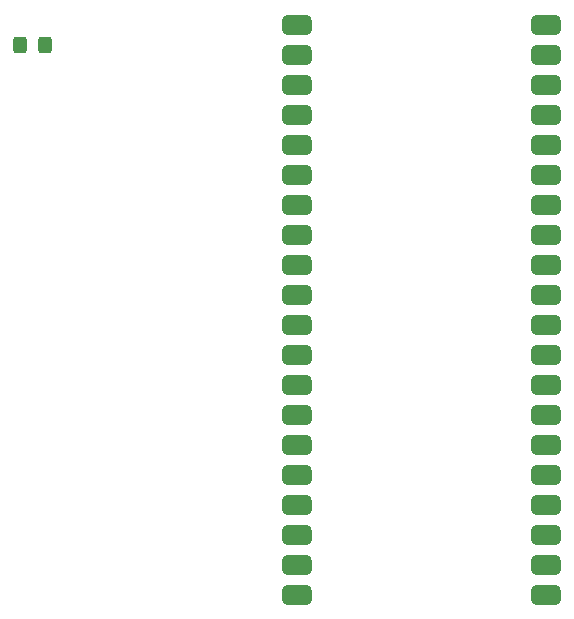
<source format=gbr>
%TF.GenerationSoftware,KiCad,Pcbnew,8.0.3*%
%TF.CreationDate,2024-06-26T22:05:55-03:00*%
%TF.ProjectId,PECDR,50454344-522e-46b6-9963-61645f706362,rev?*%
%TF.SameCoordinates,Original*%
%TF.FileFunction,Paste,Top*%
%TF.FilePolarity,Positive*%
%FSLAX46Y46*%
G04 Gerber Fmt 4.6, Leading zero omitted, Abs format (unit mm)*
G04 Created by KiCad (PCBNEW 8.0.3) date 2024-06-26 22:05:55*
%MOMM*%
%LPD*%
G01*
G04 APERTURE LIST*
G04 Aperture macros list*
%AMRoundRect*
0 Rectangle with rounded corners*
0 $1 Rounding radius*
0 $2 $3 $4 $5 $6 $7 $8 $9 X,Y pos of 4 corners*
0 Add a 4 corners polygon primitive as box body*
4,1,4,$2,$3,$4,$5,$6,$7,$8,$9,$2,$3,0*
0 Add four circle primitives for the rounded corners*
1,1,$1+$1,$2,$3*
1,1,$1+$1,$4,$5*
1,1,$1+$1,$6,$7*
1,1,$1+$1,$8,$9*
0 Add four rect primitives between the rounded corners*
20,1,$1+$1,$2,$3,$4,$5,0*
20,1,$1+$1,$4,$5,$6,$7,0*
20,1,$1+$1,$6,$7,$8,$9,0*
20,1,$1+$1,$8,$9,$2,$3,0*%
G04 Aperture macros list end*
%ADD10RoundRect,0.412500X-0.837500X-0.412500X0.837500X-0.412500X0.837500X0.412500X-0.837500X0.412500X0*%
%ADD11RoundRect,0.250000X-0.325000X-0.450000X0.325000X-0.450000X0.325000X0.450000X-0.325000X0.450000X0*%
G04 APERTURE END LIST*
D10*
%TO.C,U3*%
X60900000Y-55562944D03*
X60900000Y-58102944D03*
X60900000Y-60642944D03*
X60900000Y-63182944D03*
X60900000Y-65722944D03*
X60900000Y-68262944D03*
X60900000Y-70802944D03*
X60900000Y-73342944D03*
X60900000Y-75882944D03*
X60900000Y-78422944D03*
X60900000Y-80962944D03*
X60900000Y-83502944D03*
X60900000Y-86042944D03*
X60900000Y-88582944D03*
X60900000Y-91122944D03*
X60900000Y-93662944D03*
X60900000Y-96202944D03*
X60900000Y-98742944D03*
X60900000Y-101282944D03*
X60900000Y-103822944D03*
X81982000Y-103822944D03*
X81982000Y-101282944D03*
X81982000Y-98742944D03*
X81982000Y-96202944D03*
X81982000Y-93662944D03*
X81982000Y-91122944D03*
X81982000Y-88582944D03*
X81982000Y-86042944D03*
X81982000Y-83502944D03*
X81982000Y-80962944D03*
X81982000Y-78422944D03*
X81982000Y-75882944D03*
X81982000Y-73342944D03*
X81982000Y-70802944D03*
X81982000Y-68262944D03*
X81982000Y-65722944D03*
X81982000Y-63182944D03*
X81982000Y-60642944D03*
X81982000Y-58102944D03*
X81982000Y-55562944D03*
%TD*%
D11*
%TO.C,D10*%
X37475000Y-57302944D03*
X39525000Y-57302944D03*
%TD*%
M02*

</source>
